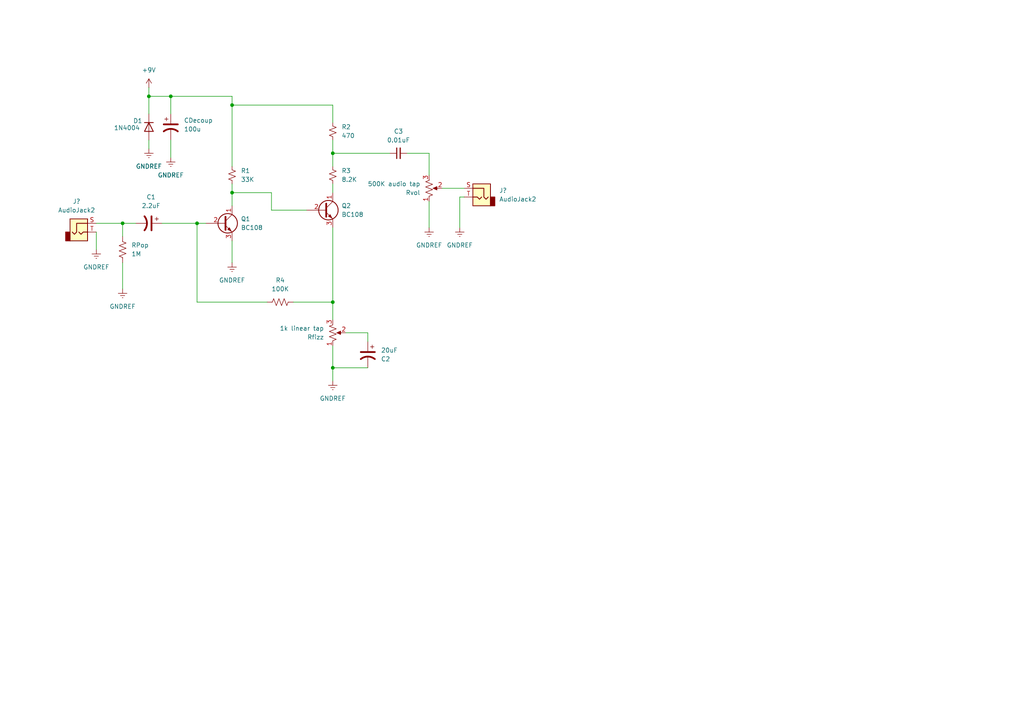
<source format=kicad_sch>
(kicad_sch (version 20231120) (generator "eeschema") (generator_version "8.0")
  (paper "A4")
  (lib_symbols
    (symbol "Connector:AudioJack2"
      (property "Reference" "J" (at 0 8.89 0))
      (property "Value" "AudioJack2" (at 0 6.35 0))
      (symbol "AudioJack2_0_1"
        (rectangle (start -3.81 0) (end -2.54 -2.54) (stroke (width 0.254)) (fill (type outline)))
        (rectangle (start -2.54 3.81) (end 2.54 -2.54) (stroke (width 0.254)) (fill (type background)))
        (polyline (pts (xy 0 0) (xy 0.635 -0.635) (xy 1.27 0) (xy 2.54 0)) (stroke (width 0.254)))
        (polyline (pts (xy 2.54 2.54) (xy -0.635 2.54) (xy -0.635 0) (xy -1.27 -0.635) (xy -1.905 0)) (stroke (width 0.254)))
      )
      (symbol "AudioJack2_1_1"
        (pin passive line (at 5.08 2.54 180) (length 2.54) (name "~") (number "S"))
        (pin passive line (at 5.08 0 180) (length 2.54) (name "~") (number "T"))
      )
    )
    (symbol "Device:C_Polarized_US" (pin_numbers hide) (pin_names (offset 0.254) hide)
      (property "Reference" "C" (at 0.635 2.54 0))
      (property "Value" "C_Polarized_US" (at 0.635 -2.54 0))
      (symbol "C_Polarized_US_0_1"
        (polyline (pts (xy -2.032 0.762) (xy 2.032 0.762)) (stroke (width 0.508)))
        (polyline (pts (xy -1.778 2.286) (xy -0.762 2.286)))
        (polyline (pts (xy -1.27 1.778) (xy -1.27 2.794)))
        (arc (start 2.032 -1.27) (mid 0 -0.5572) (end -2.032 -1.27) (stroke (width 0.508)))
      )
      (symbol "C_Polarized_US_1_1"
        (pin passive line (at 0 3.81 270) (length 2.794) (name "~") (number "1"))
        (pin passive line (at 0 -3.81 90) (length 3.302) (name "~") (number "2"))
      )
    )
    (symbol "Device:C_Small" (pin_numbers hide) (pin_names (offset 0.254) hide)
      (property "Reference" "C" (at 0.254 1.778 0))
      (property "Value" "C_Small" (at 0.254 -2.032 0))
      (symbol "C_Small_0_1"
        (polyline (pts (xy -1.524 -0.508) (xy 1.524 -0.508)) (stroke (width 0.3302)))
        (polyline (pts (xy -1.524 0.508) (xy 1.524 0.508)) (stroke (width 0.3048)))
      )
      (symbol "C_Small_1_1"
        (pin passive line (at 0 2.54 270) (length 2.032) (name "~") (number "1"))
        (pin passive line (at 0 -2.54 90) (length 2.032) (name "~") (number "2"))
      )
    )
    (symbol "Device:Q_NPN_CBE" (pin_names (offset 0) hide)
      (property "Reference" "Q" (at 5.08 1.27 0))
      (property "Value" "Q_NPN_CBE" (at 5.08 -1.27 0))
      (symbol "Q_NPN_CBE_0_1"
        (polyline (pts (xy 0.635 0.635) (xy 2.54 2.54)))
        (polyline (pts (xy 0.635 -0.635) (xy 2.54 -2.54) (xy 2.54 -2.54)))
        (polyline (pts (xy 0.635 1.905) (xy 0.635 -1.905) (xy 0.635 -1.905)) (stroke (width 0.508)))
        (polyline (pts (xy 1.27 -1.778) (xy 1.778 -1.27) (xy 2.286 -2.286) (xy 1.27 -1.778) (xy 1.27 -1.778)) (fill (type outline)))
        (circle (center 1.27 0) (radius 2.8194) (stroke (width 0.254)))
      )
      (symbol "Q_NPN_CBE_1_1"
        (pin passive line (at 2.54 5.08 270) (length 2.54) (name "C") (number "1"))
        (pin input line (at -5.08 0 0) (length 5.715) (name "B") (number "2"))
        (pin passive line (at 2.54 -5.08 90) (length 2.54) (name "E") (number "3"))
      )
    )
    (symbol "Device:R_Potentiometer_US" (pin_names (offset 1.016) hide)
      (property "Reference" "RV" (at -4.445 0 90))
      (property "Value" "R_Potentiometer_US" (at -2.54 0 90))
      (symbol "R_Potentiometer_US_0_1"
        (polyline (pts (xy 0 -2.286) (xy 0 -2.54)))
        (polyline (pts (xy 0 2.54) (xy 0 2.286)))
        (polyline (pts (xy 2.54 0) (xy 1.524 0)))
        (polyline (pts (xy 1.143 0) (xy 2.286 0.508) (xy 2.286 -0.508) (xy 1.143 0)) (fill (type outline)))
        (polyline (pts (xy 0 -0.762) (xy 1.016 -1.143) (xy 0 -1.524) (xy -1.016 -1.905) (xy 0 -2.286)))
        (polyline (pts (xy 0 0.762) (xy 1.016 0.381) (xy 0 0) (xy -1.016 -0.381) (xy 0 -0.762)))
        (polyline (pts (xy 0 2.286) (xy 1.016 1.905) (xy 0 1.524) (xy -1.016 1.143) (xy 0 0.762)))
      )
      (symbol "R_Potentiometer_US_1_1"
        (pin passive line (at 0 3.81 270) (length 1.27) (name "1") (number "1"))
        (pin passive line (at 3.81 0 180) (length 1.27) (name "2") (number "2"))
        (pin passive line (at 0 -3.81 90) (length 1.27) (name "3") (number "3"))
      )
    )
    (symbol "Device:R_Small_US" (pin_numbers hide) (pin_names (offset 0.254) hide)
      (property "Reference" "R" (at 0.762 0.508 0))
      (property "Value" "R_Small_US" (at 0.762 -1.016 0))
      (symbol "R_Small_US_1_1"
        (polyline (pts (xy 0 0) (xy 1.016 -0.381) (xy 0 -0.762) (xy -1.016 -1.143) (xy 0 -1.524)))
        (polyline (pts (xy 0 1.524) (xy 1.016 1.143) (xy 0 0.762) (xy -1.016 0.381) (xy 0 0)))
        (pin passive line (at 0 2.54 270) (length 1.016) (name "~") (number "1"))
        (pin passive line (at 0 -2.54 90) (length 1.016) (name "~") (number "2"))
      )
    )
    (symbol "Device:R_US" (pin_numbers hide) (pin_names (offset 0))
      (property "Reference" "R" (at 2.54 0 90))
      (property "Value" "R_US" (at -2.54 0 90))
      (symbol "R_US_0_1"
        (polyline (pts (xy 0 -2.286) (xy 0 -2.54)))
        (polyline (pts (xy 0 2.286) (xy 0 2.54)))
        (polyline (pts (xy 0 -0.762) (xy 1.016 -1.143) (xy 0 -1.524) (xy -1.016 -1.905) (xy 0 -2.286)))
        (polyline (pts (xy 0 0.762) (xy 1.016 0.381) (xy 0 0) (xy -1.016 -0.381) (xy 0 -0.762)))
        (polyline (pts (xy 0 2.286) (xy 1.016 1.905) (xy 0 1.524) (xy -1.016 1.143) (xy 0 0.762)))
      )
      (symbol "R_US_1_1"
        (pin passive line (at 0 3.81 270) (length 1.27) (name "~") (number "1"))
        (pin passive line (at 0 -3.81 90) (length 1.27) (name "~") (number "2"))
      )
    )
    (symbol "Diode:1N4004" (pin_numbers hide) (pin_names hide)
      (property "Reference" "D" (at 0 2.54 0))
      (property "Value" "1N4004" (at 0 -2.54 0))
      (symbol "1N4004_0_1"
        (polyline (pts (xy -1.27 1.27) (xy -1.27 -1.27)) (stroke (width 0.254)))
        (polyline (pts (xy 1.27 0) (xy -1.27 0)))
        (polyline (pts (xy 1.27 1.27) (xy 1.27 -1.27) (xy -1.27 0) (xy 1.27 1.27)) (stroke (width 0.254)))
      )
      (symbol "1N4004_1_1"
        (pin passive line (at -3.81 0 0) (length 2.54) (name "K") (number "1"))
        (pin passive line (at 3.81 0 180) (length 2.54) (name "A") (number "2"))
      )
    )
    (symbol "power:+9V" (power) (pin_numbers hide) (pin_names (offset 0) hide)
      (property "Value" "+9V" (at 0 3.556 0))
      (symbol "+9V_0_1"
        (polyline (pts (xy -0.762 1.27) (xy 0 2.54)))
        (polyline (pts (xy 0 0) (xy 0 2.54)))
        (polyline (pts (xy 0 2.54) (xy 0.762 1.27)))
      )
      (symbol "+9V_1_1"
        (pin power_in line (at 0 0 90) (length 0) (name "~") (number "1"))
      )
    )
    (symbol "power:GNDREF" (power) (pin_names (offset 0))
      (property "Value" "GNDREF" (at 0 -3.81 0))
      (symbol "GNDREF_0_1"
        (polyline (pts (xy -0.635 -1.905) (xy 0.635 -1.905)))
        (polyline (pts (xy -0.127 -2.54) (xy 0.127 -2.54)))
        (polyline (pts (xy 0 -1.27) (xy 0 0)))
        (polyline (pts (xy 1.27 -1.27) (xy -1.27 -1.27)))
      )
      (symbol "GNDREF_1_1"
        (pin power_in line (at 0 0 270) (length 0) hide (name "GNDREF") (number "1"))
      )
    )
  )
  (junction (at 35.56 64.77))
  (junction (at 67.31 55.88))
  (junction (at 96.52 44.45))
  (junction (at 67.31 30.48))
  (junction (at 96.52 106.68))
  (junction (at 57.15 64.77))
  (junction (at 49.53 27.94))
  (junction (at 43.18 27.94))
  (junction (at 96.52 87.63))
  (wire (pts (xy 43.18 40.64) (xy 43.18 43.18)))
  (wire (pts (xy 35.56 64.77) (xy 27.94 64.77)))
  (wire (pts (xy 67.31 55.88) (xy 67.31 59.69)))
  (wire (pts (xy 96.52 106.68) (xy 96.52 110.49)))
  (wire (pts (xy 96.52 44.45) (xy 96.52 48.26)))
  (wire (pts (xy 106.68 99.06) (xy 106.68 96.52)))
  (wire (pts (xy 39.37 64.77) (xy 35.56 64.77)))
  (wire (pts (xy 57.15 64.77) (xy 59.69 64.77)))
  (wire (pts (xy 67.31 30.48) (xy 96.52 30.48)))
  (wire (pts (xy 57.15 64.77) (xy 57.15 87.63)))
  (wire (pts (xy 133.35 57.15) (xy 134.62 57.15)))
  (wire (pts (xy 78.74 55.88) (xy 78.74 60.96)))
  (wire (pts (xy 128.27 54.61) (xy 134.62 54.61)))
  (wire (pts (xy 43.18 27.94) (xy 49.53 27.94)))
  (wire (pts (xy 133.35 57.15) (xy 133.35 66.04)))
  (wire (pts (xy 27.94 67.31) (xy 27.94 72.39)))
  (wire (pts (xy 96.52 44.45) (xy 113.03 44.45)))
  (wire (pts (xy 100.33 96.52) (xy 106.68 96.52)))
  (wire (pts (xy 43.18 33.02) (xy 43.18 27.94)))
  (wire (pts (xy 46.99 64.77) (xy 57.15 64.77)))
  (wire (pts (xy 118.11 44.45) (xy 124.46 44.45)))
  (wire (pts (xy 35.56 64.77) (xy 35.56 68.58)))
  (wire (pts (xy 67.31 27.94) (xy 67.31 30.48)))
  (wire (pts (xy 67.31 53.34) (xy 67.31 55.88)))
  (wire (pts (xy 49.53 27.94) (xy 67.31 27.94)))
  (wire (pts (xy 96.52 30.48) (xy 96.52 35.56)))
  (wire (pts (xy 49.53 27.94) (xy 49.53 33.02)))
  (wire (pts (xy 96.52 40.64) (xy 96.52 44.45)))
  (wire (pts (xy 96.52 53.34) (xy 96.52 55.88)))
  (wire (pts (xy 67.31 55.88) (xy 78.74 55.88)))
  (wire (pts (xy 78.74 60.96) (xy 88.9 60.96)))
  (wire (pts (xy 124.46 58.42) (xy 124.46 66.04)))
  (wire (pts (xy 35.56 76.2) (xy 35.56 83.82)))
  (wire (pts (xy 43.18 25.4) (xy 43.18 27.94)))
  (wire (pts (xy 85.09 87.63) (xy 96.52 87.63)))
  (wire (pts (xy 57.15 87.63) (xy 77.47 87.63)))
  (wire (pts (xy 67.31 30.48) (xy 67.31 48.26)))
  (wire (pts (xy 49.53 40.64) (xy 49.53 45.72)))
  (wire (pts (xy 96.52 87.63) (xy 96.52 92.71)))
  (wire (pts (xy 124.46 50.8) (xy 124.46 44.45)))
  (wire (pts (xy 96.52 100.33) (xy 96.52 106.68)))
  (wire (pts (xy 67.31 69.85) (xy 67.31 76.2)))
  (wire (pts (xy 96.52 106.68) (xy 106.68 106.68)))
  (wire (pts (xy 96.52 66.04) (xy 96.52 87.63)))
  (symbol (lib_id "Device:Q_NPN_CBE") (at 93.98 60.96 0) (unit 1)
    (property "Reference" "Q2" (at 99.06 59.6899 0) (effects (justify left)))
    (property "Value" "BC108" (at 99.06 62.2299 0) (effects (justify left)))
  )
  (symbol (lib_id "Diode:1N4004") (at 43.18 36.83 270) (unit 1)
    (property "Reference" "D1" (at 38.608 35.052 90) (effects (justify left)))
    (property "Value" "1N4004" (at 33.02 37.084 90) (effects (justify left)))
    (property "Footprint" "Diode_THT:D_DO-41_SOD81_P10.16mm_Horizontal" (effects (hide yes)))
    (property "Datasheet" "http://www.vishay.com/docs/88503/1n4001.pdf" (effects (hide yes)))
    (property "Description" "400V 1A General Purpose Rectifier Diode, DO-41" (effects (hide yes)))
    (property "Sim.Device" "D" (effects (hide yes)))
    (property "Sim.Pins" "1=K 2=A" (effects (hide yes)))
  )
  (symbol (lib_id "Device:R_Potentiometer_US") (at 124.46 54.61 0) (mirror x) (unit 1)
    (property "Reference" "Rvol" (at 121.92 55.8801 0) (effects (justify right)))
    (property "Value" "500K audio tap" (at 121.92 53.3401 0) (effects (justify right)))
  )
  (symbol (lib_id "Device:R_Small_US") (at 96.52 50.8 0) (unit 1)
    (property "Reference" "R3" (at 99.06 49.5299 0) (effects (justify left)))
    (property "Value" "8.2K" (at 99.06 52.0699 0) (effects (justify left)))
  )
  (symbol (lib_id "power:GNDREF") (at 27.94 72.39 0) (unit 1)
    (property "Reference" "#PWR?" (effects (hide yes)))
    (property "Value" "GNDREF" (at 27.94 77.47 0))
  )
  (symbol (lib_id "Device:R_Small_US") (at 96.52 38.1 0) (unit 1)
    (property "Reference" "R2" (at 99.06 36.8299 0) (effects (justify left)))
    (property "Value" "470" (at 99.06 39.3699 0) (effects (justify left)))
  )
  (symbol (lib_id "Device:R_US") (at 35.56 72.39 180) (unit 1)
    (property "Reference" "RPop" (at 38.1 71.1199 0) (effects (justify right)))
    (property "Value" "1M" (at 38.1 73.6599 0) (effects (justify right)))
  )
  (symbol (lib_id "Device:C_Small") (at 115.57 44.45 90) (unit 1)
    (property "Reference" "C3" (at 115.5763 38.1 90))
    (property "Value" "0.01uF" (at 115.5763 40.64 90))
  )
  (symbol (lib_id "power:GNDREF") (at 49.53 45.72 0) (unit 1)
    (property "Reference" "#PWR03" (effects (hide yes)))
    (property "Value" "GNDREF" (at 49.53 50.8 0))
  )
  (symbol (lib_id "Device:R_US") (at 81.28 87.63 90) (unit 1)
    (property "Reference" "R4" (at 81.28 81.28 90))
    (property "Value" "100K" (at 81.28 83.82 90))
  )
  (symbol (lib_id "power:GNDREF") (at 35.56 83.82 0) (unit 1)
    (property "Reference" "#PWR02" (effects (hide yes)))
    (property "Value" "GNDREF" (at 35.56 88.9 0))
  )
  (symbol (lib_id "Device:C_Polarized_US") (at 43.18 64.77 270) (unit 1)
    (property "Reference" "C1" (at 43.815 57.15 90))
    (property "Value" "2.2uF" (at 43.815 59.69 90))
  )
  (symbol (lib_id "power:GNDREF") (at 67.31 76.2 0) (unit 1)
    (property "Reference" "#PWR?" (effects (hide yes)))
    (property "Value" "GNDREF" (at 67.31 81.28 0))
  )
  (symbol (lib_id "Connector:AudioJack2") (at 139.7 57.15 0) (mirror y) (unit 1)
    (property "Reference" "J?" (at 144.78 55.2449 0) (effects (justify right)))
    (property "Value" "AudioJack2" (at 144.78 57.7849 0) (effects (justify right)))
  )
  (symbol (lib_id "Device:C_Polarized_US") (at 106.68 102.87 0) (mirror y) (unit 1)
    (property "Reference" "C2" (at 110.49 104.14 0) (effects (justify right)))
    (property "Value" "20uF" (at 110.49 101.6 0) (effects (justify right)))
  )
  (symbol (lib_id "Connector:AudioJack2") (at 22.86 67.31 0) (unit 1)
    (property "Reference" "J?" (at 22.225 58.42 0))
    (property "Value" "AudioJack2" (at 22.225 60.96 0))
  )
  (symbol (lib_id "Device:R_Small_US") (at 67.31 50.8 0) (unit 1)
    (property "Reference" "R1" (at 69.85 49.5299 0) (effects (justify left)))
    (property "Value" "33K" (at 69.85 52.0699 0) (effects (justify left)))
  )
  (symbol (lib_id "power:GNDREF") (at 96.52 110.49 0) (unit 1)
    (property "Reference" "#PWR?" (effects (hide yes)))
    (property "Value" "GNDREF" (at 96.52 115.57 0))
  )
  (symbol (lib_id "power:+9V") (at 43.18 25.4 0) (unit 1)
    (property "Reference" "#PWR01" (effects (hide yes)))
    (property "Value" "+9V" (at 43.18 20.32 0))
    (property "Description" "Power symbol creates a global label with name \"+9V\"" (effects (hide yes)))
  )
  (symbol (lib_id "Device:Q_NPN_CBE") (at 64.77 64.77 0) (unit 1)
    (property "Reference" "Q1" (at 69.85 63.4999 0) (effects (justify left)))
    (property "Value" "BC108" (at 69.85 66.0399 0) (effects (justify left)))
  )
  (symbol (lib_id "Device:C_Polarized_US") (at 49.53 36.83 0) (unit 1)
    (property "Reference" "CDecoup" (at 53.34 34.9249 0) (effects (justify left)))
    (property "Value" "100u" (at 53.34 37.4649 0) (effects (justify left)))
    (property "Description" "Polarized capacitor, US symbol" (effects (hide yes)))
  )
  (symbol (lib_id "Device:R_Potentiometer_US") (at 96.52 96.52 0) (mirror x) (unit 1)
    (property "Reference" "Rfizz" (at 93.98 97.7901 0) (effects (justify right)))
    (property "Value" "1k linear tap" (at 93.98 95.2501 0) (effects (justify right)))
  )
  (symbol (lib_id "power:GNDREF") (at 124.46 66.04 0) (unit 1)
    (property "Reference" "#PWR?" (effects (hide yes)))
    (property "Value" "GNDREF" (at 124.46 71.12 0))
  )
  (symbol (lib_id "power:GNDREF") (at 43.18 43.18 0) (unit 1)
    (property "Reference" "#PWR04" (effects (hide yes)))
    (property "Value" "GNDREF" (at 43.18 48.26 0))
  )
  (symbol (lib_id "power:GNDREF") (at 133.35 66.04 0) (unit 1)
    (property "Reference" "#PWR?" (effects (hide yes)))
    (property "Value" "GNDREF" (at 133.35 71.12 0))
  )
)
</source>
